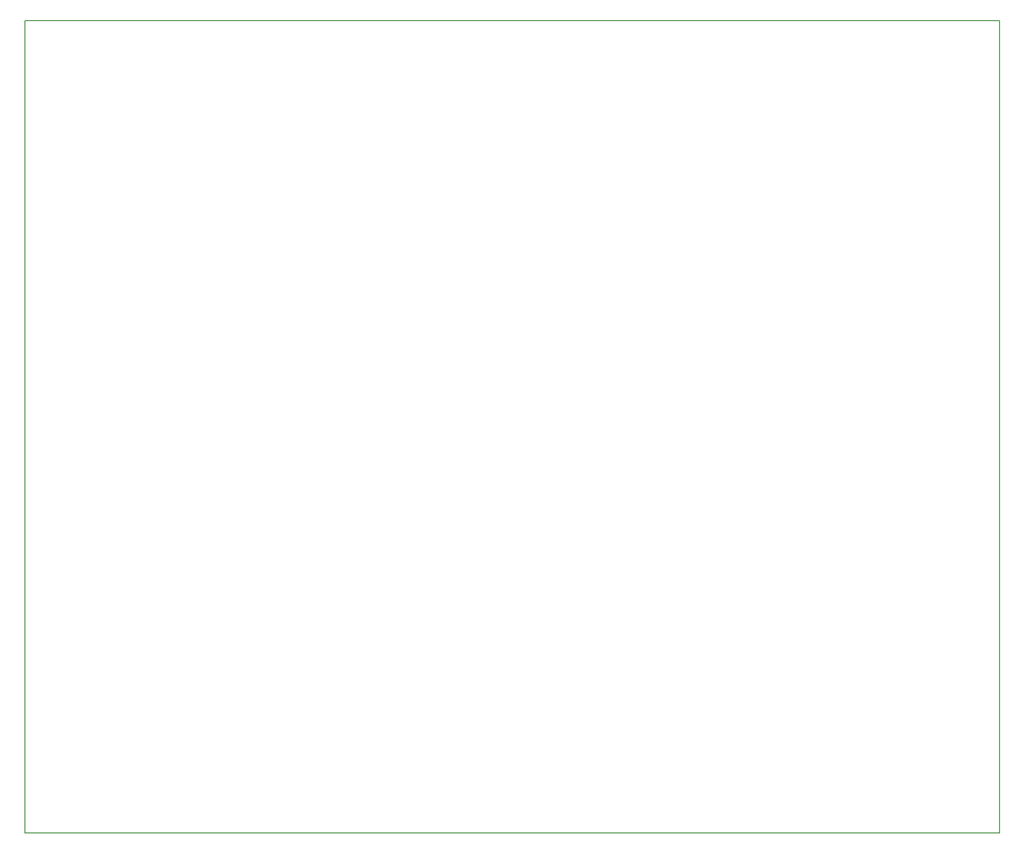
<source format=gbr>
%TF.GenerationSoftware,KiCad,Pcbnew,7.0.6*%
%TF.CreationDate,2024-10-30T10:36:51-05:00*%
%TF.ProjectId,AcCCS,41634343-532e-46b6-9963-61645f706362,rev?*%
%TF.SameCoordinates,Original*%
%TF.FileFunction,Profile,NP*%
%FSLAX46Y46*%
G04 Gerber Fmt 4.6, Leading zero omitted, Abs format (unit mm)*
G04 Created by KiCad (PCBNEW 7.0.6) date 2024-10-30 10:36:51*
%MOMM*%
%LPD*%
G01*
G04 APERTURE LIST*
%TA.AperFunction,Profile*%
%ADD10C,0.200000*%
%TD*%
G04 APERTURE END LIST*
D10*
X55880000Y-13820950D02*
X227965000Y-13820950D01*
X227965000Y-157330950D01*
X55880000Y-157330950D01*
X55880000Y-13820950D01*
M02*

</source>
